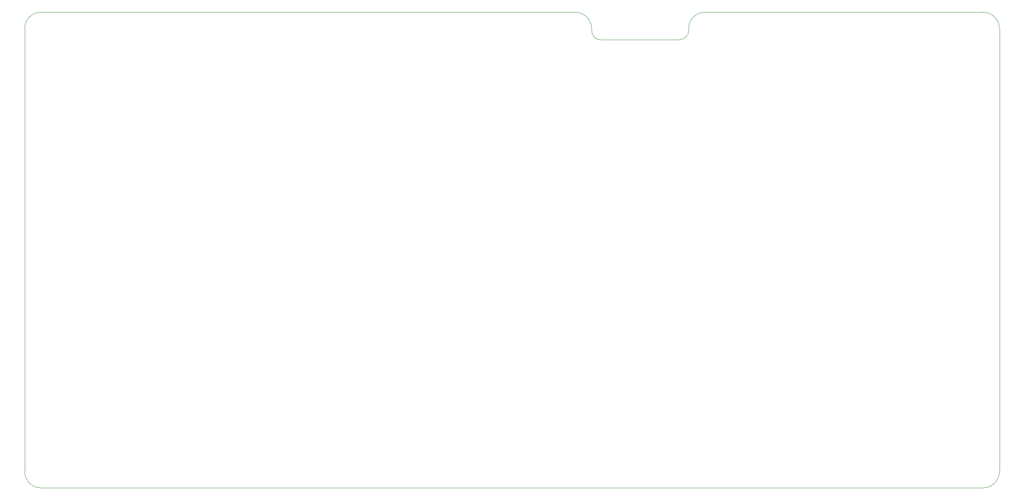
<source format=gbr>
%TF.GenerationSoftware,KiCad,Pcbnew,(6.0.4-0)*%
%TF.CreationDate,2022-05-25T01:46:17+02:00*%
%TF.ProjectId,decaVox,64656361-566f-4782-9e6b-696361645f70,rev?*%
%TF.SameCoordinates,Original*%
%TF.FileFunction,Profile,NP*%
%FSLAX46Y46*%
G04 Gerber Fmt 4.6, Leading zero omitted, Abs format (unit mm)*
G04 Created by KiCad (PCBNEW (6.0.4-0)) date 2022-05-25 01:46:17*
%MOMM*%
%LPD*%
G01*
G04 APERTURE LIST*
%TA.AperFunction,Profile*%
%ADD10C,0.100000*%
%TD*%
G04 APERTURE END LIST*
D10*
X226206028Y-107899972D02*
G75*
G03*
X222650028Y-104343972I-3556028J-28D01*
G01*
X107746672Y-206806928D02*
X310438928Y-206806928D01*
X310438928Y-206806928D02*
G75*
G03*
X313994928Y-203250928I-28J3556028D01*
G01*
X228299932Y-110298501D02*
X245200001Y-110249932D01*
X250649972Y-104343972D02*
G75*
G03*
X247093972Y-107899972I28J-3556028D01*
G01*
X104190800Y-107899200D02*
X104190672Y-203250928D01*
X250649972Y-104343972D02*
X310438928Y-104343072D01*
X247093972Y-107899972D02*
X247093972Y-108250000D01*
X104190672Y-203250928D02*
G75*
G03*
X107746672Y-206806928I3556028J28D01*
G01*
X313994928Y-107899072D02*
G75*
G03*
X310438928Y-104343072I-3556028J-28D01*
G01*
X222650028Y-104343972D02*
X107746800Y-104343200D01*
X226249966Y-108404530D02*
G75*
G03*
X228299932Y-110298501I1899934J30D01*
G01*
X107746800Y-104343200D02*
G75*
G03*
X104190800Y-107899200I0J-3556000D01*
G01*
X313994928Y-203250928D02*
X313994928Y-107899072D01*
X245200001Y-110249982D02*
G75*
G03*
X247093972Y-108250000I-1J1896782D01*
G01*
X226206028Y-107899972D02*
X226250000Y-108404530D01*
M02*

</source>
